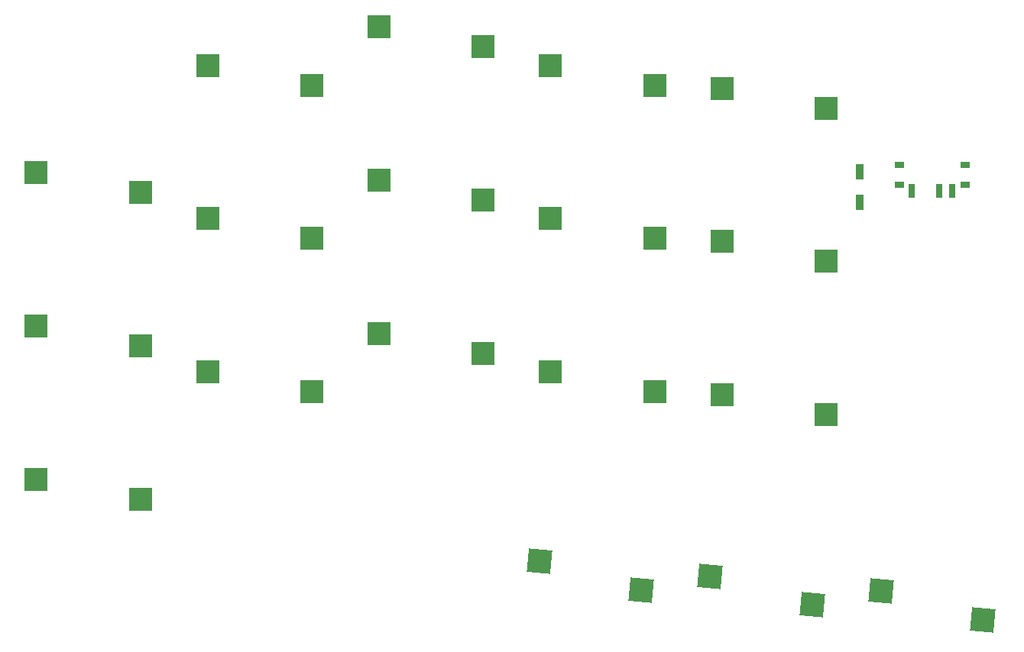
<source format=gbr>
%TF.GenerationSoftware,KiCad,Pcbnew,(6.0.7-1)-1*%
%TF.CreationDate,2022-08-21T00:28:12+10:00*%
%TF.ProjectId,buckyboard_v1,6275636b-7962-46f6-9172-645f76312e6b,v1.0.0*%
%TF.SameCoordinates,Original*%
%TF.FileFunction,Paste,Bot*%
%TF.FilePolarity,Positive*%
%FSLAX46Y46*%
G04 Gerber Fmt 4.6, Leading zero omitted, Abs format (unit mm)*
G04 Created by KiCad (PCBNEW (6.0.7-1)-1) date 2022-08-21 00:28:12*
%MOMM*%
%LPD*%
G01*
G04 APERTURE LIST*
G04 Aperture macros list*
%AMRotRect*
0 Rectangle, with rotation*
0 The origin of the aperture is its center*
0 $1 length*
0 $2 width*
0 $3 Rotation angle, in degrees counterclockwise*
0 Add horizontal line*
21,1,$1,$2,0,0,$3*%
G04 Aperture macros list end*
%ADD10R,2.600000X2.600000*%
%ADD11R,0.900000X1.700000*%
%ADD12RotRect,2.600000X2.600000X355.000000*%
%ADD13R,1.000000X0.800000*%
%ADD14R,0.700000X1.500000*%
G04 APERTURE END LIST*
D10*
%TO.C,S1*%
X-3275000Y5950000D03*
X8275000Y3750000D03*
%TD*%
%TO.C,S2*%
X-3275000Y22950000D03*
X8275000Y20750000D03*
%TD*%
%TO.C,S15*%
X72725000Y49300000D03*
X84275000Y47100000D03*
%TD*%
%TO.C,S5*%
X15725000Y34850000D03*
X27275000Y32650000D03*
%TD*%
%TO.C,S12*%
X53725000Y51850000D03*
X65275000Y49650000D03*
%TD*%
%TO.C,S14*%
X72725000Y32300000D03*
X84275000Y30100000D03*
%TD*%
%TO.C,S11*%
X53725000Y34850000D03*
X65275000Y32650000D03*
%TD*%
%TO.C,S6*%
X15725000Y51850000D03*
X27275000Y49650000D03*
%TD*%
D11*
%TO.C,*%
X88000000Y40050000D03*
X88000000Y36650000D03*
%TD*%
D10*
%TO.C,S7*%
X34725000Y22100000D03*
X46275000Y19900000D03*
%TD*%
D12*
%TO.C,S17*%
X71383738Y-4793165D03*
X82698044Y-7991443D03*
%TD*%
%TO.C,S18*%
X90311438Y-6449124D03*
X101625744Y-9647402D03*
%TD*%
D13*
%TO.C,*%
X92350000Y38570000D03*
X99650000Y38570000D03*
X99650000Y40780000D03*
X92350000Y40780000D03*
D14*
X93750000Y37920000D03*
X96750000Y37920000D03*
X98250000Y37920000D03*
%TD*%
D10*
%TO.C,S4*%
X15725000Y17850000D03*
X27275000Y15650000D03*
%TD*%
%TO.C,S3*%
X-3275000Y39950000D03*
X8275000Y37750000D03*
%TD*%
%TO.C,S8*%
X34725000Y39100000D03*
X46275000Y36900000D03*
%TD*%
%TO.C,S13*%
X72725000Y15300000D03*
X84275000Y13100000D03*
%TD*%
%TO.C,S9*%
X34725000Y56100000D03*
X46275000Y53900000D03*
%TD*%
%TO.C,S10*%
X53725000Y17850000D03*
X65275000Y15650000D03*
%TD*%
D12*
%TO.C,S16*%
X52456039Y-3137206D03*
X63770345Y-6335484D03*
%TD*%
M02*

</source>
